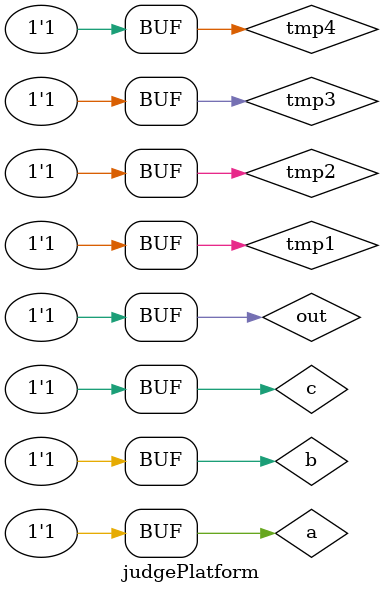
<source format=v>
module judgePlatform;
	reg a, b, c;
	wire out;
	and gate1(tmp1, a, b);
	and gate2(tmp2, b, c);
	and gate3(tmp3, a, c);
	or gate4(tmp4, tmp1, tmp2);
	or gate5(out, tmp4, tmp3);

	initial
		begin
			a=0; b=0; c=0;
			#5 c=1;
			#5 c=0; b=1;
			#5 c=1;
			#5 a=1; b=0; c=0;
			#5 c=1;
			#5 b=1; c=0;
			#5 c=1;
			#5;
		end
	initial
		$monitor("A=%b, B=%b, C=%b, Out=%b", a, b, c, out);
endmodule

</source>
